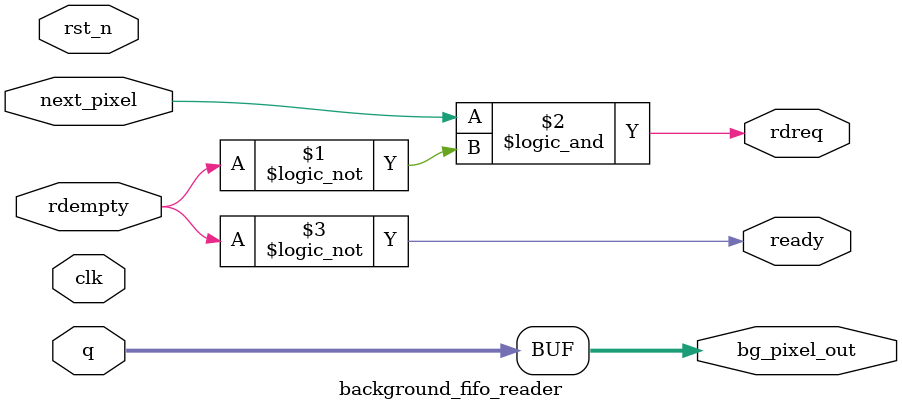
<source format=v>
module background_fifo_reader (
    input  wire        clk,
    input  wire        rst_n,

    // FIFO de entrada
    input  wire        rdempty,
    input  wire [23:0] q,
    output wire        rdreq,

    // Controle externo
    input  wire        next_pixel,      // Pulso: avançar leitura

    output wire [23:0] bg_pixel_out,
    output wire        ready            // Indica que bg_pixel_out é válido
);
    // A leitura da FIFO ocorre apenas quando solicitado
    assign rdreq = next_pixel && !rdempty;

    // O dado é imediatamente repassado
    assign bg_pixel_out = q;
    assign ready = !rdempty;  // Está pronto quando há dado

endmodule

</source>
